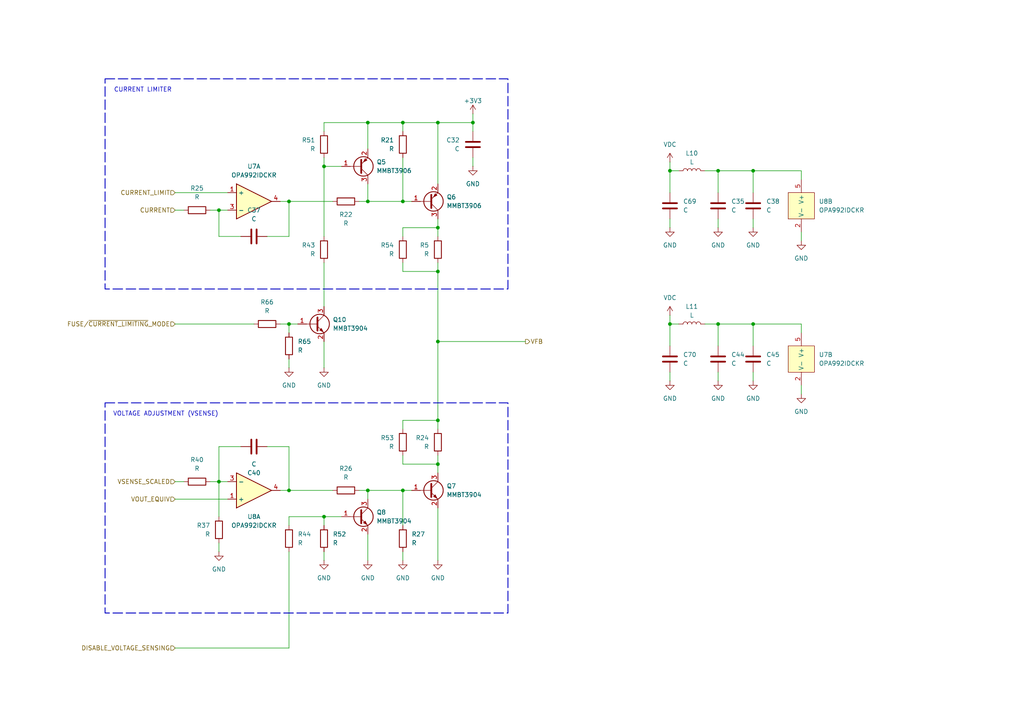
<source format=kicad_sch>
(kicad_sch (version 20250114) (generator "eeschema") (generator_version "9.0")
  (paper "A4")
  (lib_symbols
    (symbol "Device:C" (pin_numbers (hide yes)) (pin_names (offset 0.254))
      (property "Reference" "C" (at 0.635 2.54 0))
      (property "Value" "C" (at 0.635 -2.54 0))
      (symbol "C_0_1"
        (polyline (pts (xy -2.032 0.762) (xy 2.032 0.762)) (stroke (width 0.508)))
        (polyline (pts (xy -2.032 -0.762) (xy 2.032 -0.762)) (stroke (width 0.508)))
      )
      (symbol "C_1_1"
        (pin passive line (at 0 3.81 270) (length 2.794) (name "~") (number "1"))
        (pin passive line (at 0 -3.81 90) (length 2.794) (name "~") (number "2"))
      )
    )
    (symbol "Device:L" (pin_numbers (hide yes)) (pin_names (offset 1.016) (hide yes))
      (property "Reference" "L" (at -1.27 0 90))
      (property "Value" "L" (at 1.905 0 90))
      (symbol "L_0_1"
        (arc (start 0 2.54) (mid 0.6323 1.905) (end 0 1.27))
        (arc (start 0 1.27) (mid 0.6323 0.635) (end 0 0))
        (arc (start 0 0) (mid 0.6323 -0.635) (end 0 -1.27))
        (arc (start 0 -1.27) (mid 0.6323 -1.905) (end 0 -2.54))
      )
      (symbol "L_1_1"
        (pin passive line (at 0 3.81 270) (length 1.27) (name "1") (number "1"))
        (pin passive line (at 0 -3.81 90) (length 1.27) (name "2") (number "2"))
      )
    )
    (symbol "Device:R" (pin_numbers (hide yes)) (pin_names (offset 0))
      (property "Reference" "R" (at 2.032 0 90))
      (property "Value" "R" (at 0 0 90))
      (symbol "R_0_1"
        (rectangle (start -1.016 -2.54) (end 1.016 2.54) (stroke (width 0.254)))
      )
      (symbol "R_1_1"
        (pin passive line (at 0 3.81 270) (length 1.27) (name "~") (number "1"))
        (pin passive line (at 0 -3.81 90) (length 1.27) (name "~") (number "2"))
      )
    )
    (symbol "Transistor_BJT:MMBT3904" (pin_names (offset 0) (hide yes))
      (property "Reference" "Q" (at 5.08 1.905 0))
      (property "Value" "MMBT3904" (at 5.08 0 0))
      (symbol "MMBT3904_0_1"
        (polyline (pts (xy -2.54 0) (xy 0.635 0)))
        (polyline (pts (xy 0.635 1.905) (xy 0.635 -1.905)) (stroke (width 0.508)))
        (circle (center 1.27 0) (radius 2.8194) (stroke (width 0.254)))
      )
      (symbol "MMBT3904_1_1"
        (polyline (pts (xy 0.635 0.635) (xy 2.54 2.54)))
        (polyline (pts (xy 0.635 -0.635) (xy 2.54 -2.54)))
        (polyline (pts (xy 1.27 -1.778) (xy 1.778 -1.27) (xy 2.286 -2.286) (xy 1.27 -1.778)) (fill (type outline)))
        (pin input line (at -5.08 0 0) (length 2.54) (name "B") (number "1"))
        (pin passive line (at 2.54 5.08 270) (length 2.54) (name "C") (number "3"))
        (pin passive line (at 2.54 -5.08 90) (length 2.54) (name "E") (number "2"))
      )
    )
    (symbol "Transistor_BJT:MMBT3906" (pin_names (offset 0) (hide yes))
      (property "Reference" "Q" (at 5.08 1.905 0))
      (property "Value" "MMBT3906" (at 5.08 0 0))
      (symbol "MMBT3906_0_1"
        (polyline (pts (xy -2.54 0) (xy 0.635 0)))
        (polyline (pts (xy 0.635 1.905) (xy 0.635 -1.905)) (stroke (width 0.508)))
        (polyline (pts (xy 0.635 0.635) (xy 2.54 2.54)))
        (polyline (pts (xy 0.635 -0.635) (xy 2.54 -2.54)))
        (circle (center 1.27 0) (radius 2.8194) (stroke (width 0.254)))
        (polyline (pts (xy 2.286 -1.778) (xy 1.778 -2.286) (xy 1.27 -1.27) (xy 2.286 -1.778)) (fill (type outline)))
      )
      (symbol "MMBT3906_1_1"
        (pin input line (at -5.08 0 0) (length 2.54) (name "B") (number "1"))
        (pin passive line (at 2.54 5.08 270) (length 2.54) (name "C") (number "3"))
        (pin passive line (at 2.54 -5.08 90) (length 2.54) (name "E") (number "2"))
      )
    )
    (symbol "power:+3V3" (power) (pin_numbers (hide yes)) (pin_names (offset 0) (hide yes))
      (property "Value" "+3V3" (at 0 3.556 0))
      (symbol "+3V3_0_1"
        (polyline (pts (xy -0.762 1.27) (xy 0 2.54)))
        (polyline (pts (xy 0 2.54) (xy 0.762 1.27)))
        (polyline (pts (xy 0 0) (xy 0 2.54)))
      )
      (symbol "+3V3_1_1"
        (pin power_in line (at 0 0 90) (length 0) (name "~") (number "1"))
      )
    )
    (symbol "power:GND" (power) (pin_numbers (hide yes)) (pin_names (offset 0) (hide yes))
      (property "Value" "GND" (at 0 -3.81 0))
      (symbol "GND_0_1"
        (polyline (pts (xy 0 0) (xy 0 -1.27) (xy 1.27 -1.27) (xy 0 -2.54) (xy -1.27 -1.27) (xy 0 -1.27)))
      )
      (symbol "GND_1_1"
        (pin power_in line (at 0 0 270) (length 0) (name "~") (number "1"))
      )
    )
    (symbol "power:VDC" (power) (pin_numbers (hide yes)) (pin_names (offset 0) (hide yes))
      (property "Value" "VDC" (at 0 3.556 0))
      (symbol "VDC_0_1"
        (polyline (pts (xy -0.762 1.27) (xy 0 2.54)))
        (polyline (pts (xy 0 2.54) (xy 0.762 1.27)))
        (polyline (pts (xy 0 0) (xy 0 2.54)))
      )
      (symbol "VDC_1_1"
        (pin power_in line (at 0 0 90) (length 0) (name "~") (number "1"))
      )
    )
    (symbol "ps-ch:OPA992IDCKR"
      (property "Reference" "U" (at 0 5.08 0))
      (property "Value" "OPA992IDCKR" (at 0 -5.08 0))
      (symbol "OPA992IDCKR_1_1"
        (polyline (pts (xy -5.08 5.08) (xy 5.08 0) (xy -5.08 -5.08) (xy -5.08 5.08)) (stroke (width 0.254)) (fill (type background)))
        (pin input line (at -7.62 2.54 0) (length 2.54) (name "+") (number "1"))
        (pin input line (at -7.62 -2.54 0) (length 2.54) (name "-") (number "3"))
        (pin output line (at 7.62 0 180) (length 2.54) (name "~") (number "4"))
      )
      (symbol "OPA992IDCKR_2_1"
        (rectangle (start -3.81 3.81) (end 3.81 -3.81) (fill (type background)))
        (pin power_in line (at 0 7.62 270) (length 3.81) (name "V+") (number "5"))
        (pin power_in line (at 0 -7.62 90) (length 3.81) (name "V-") (number "2"))
      )
    )
  )
  (rectangle (start 30.48 116.84) (end 147.32 177.8) (stroke (width 0.254) (type dash)))
  (rectangle (start 30.48 22.86) (end 147.32 83.82) (stroke (width 0.254) (type dash)))
  (text "VOLTAGE ADJUSTMENT (VSENSE)" (at 32.766 119.38 0) (effects (font (size 1.27 1.27)) (justify left top)))
  (text "CURRENT LIMITER" (at 33.02 25.4 0) (effects (font (size 1.27 1.27)) (justify left top)))
  (junction (at 127 99.06))
  (junction (at 127 134.62))
  (junction (at 83.82 58.42))
  (junction (at 63.5 60.96))
  (junction (at 93.98 48.26))
  (junction (at 127 121.92))
  (junction (at 194.31 49.53))
  (junction (at 127 78.74))
  (junction (at 63.5 139.7))
  (junction (at 93.98 149.86))
  (junction (at 83.82 142.24))
  (junction (at 218.44 93.98))
  (junction (at 194.31 93.98))
  (junction (at 116.84 142.24))
  (junction (at 137.16 35.56))
  (junction (at 83.82 93.98))
  (junction (at 106.68 142.24))
  (junction (at 106.68 35.56))
  (junction (at 208.28 93.98))
  (junction (at 116.84 58.42))
  (junction (at 116.84 35.56))
  (junction (at 208.28 49.53))
  (junction (at 106.68 58.42))
  (junction (at 218.44 49.53))
  (junction (at 127 35.56))
  (junction (at 127 66.04))
  (wire (pts (xy 86.36 93.98) (xy 83.82 93.98)))
  (wire (pts (xy 116.84 121.92) (xy 127 121.92)))
  (wire (pts (xy 106.68 35.56) (xy 93.98 35.56)))
  (wire (pts (xy 116.84 132.08) (xy 116.84 134.62)))
  (wire (pts (xy 116.84 78.74) (xy 127 78.74)))
  (wire (pts (xy 137.16 35.56) (xy 127 35.56)))
  (wire (pts (xy 194.31 93.98) (xy 194.31 100.33)))
  (wire (pts (xy 194.31 63.5) (xy 194.31 66.04)))
  (wire (pts (xy 127 35.56) (xy 116.84 35.56)))
  (wire (pts (xy 137.16 45.72) (xy 137.16 48.26)))
  (wire (pts (xy 106.68 58.42) (xy 104.14 58.42)))
  (wire (pts (xy 116.84 66.04) (xy 116.84 68.58)))
  (wire (pts (xy 63.5 60.96) (xy 60.96 60.96)))
  (wire (pts (xy 127 132.08) (xy 127 134.62)))
  (wire (pts (xy 208.28 63.5) (xy 208.28 66.04)))
  (wire (pts (xy 232.41 49.53) (xy 232.41 52.07)))
  (wire (pts (xy 208.28 93.98) (xy 218.44 93.98)))
  (wire (pts (xy 83.82 160.02) (xy 83.82 187.96)))
  (wire (pts (xy 127 99.06) (xy 127 121.92)))
  (wire (pts (xy 83.82 58.42) (xy 81.28 58.42)))
  (wire (pts (xy 127 78.74) (xy 127 99.06)))
  (wire (pts (xy 63.5 157.48) (xy 63.5 160.02)))
  (wire (pts (xy 137.16 35.56) (xy 137.16 38.1)))
  (wire (pts (xy 116.84 142.24) (xy 116.84 152.4)))
  (wire (pts (xy 66.04 55.88) (xy 50.8 55.88)))
  (wire (pts (xy 218.44 107.95) (xy 218.44 110.49)))
  (wire (pts (xy 196.85 49.53) (xy 194.31 49.53)))
  (wire (pts (xy 194.31 49.53) (xy 194.31 55.88)))
  (wire (pts (xy 127 134.62) (xy 127 137.16)))
  (wire (pts (xy 93.98 76.2) (xy 93.98 88.9)))
  (wire (pts (xy 232.41 111.76) (xy 232.41 114.3)))
  (wire (pts (xy 127 66.04) (xy 127 68.58)))
  (wire (pts (xy 83.82 149.86) (xy 83.82 152.4)))
  (wire (pts (xy 116.84 35.56) (xy 116.84 38.1)))
  (wire (pts (xy 69.85 129.54) (xy 63.5 129.54)))
  (wire (pts (xy 106.68 35.56) (xy 106.68 43.18)))
  (wire (pts (xy 63.5 60.96) (xy 63.5 68.58)))
  (wire (pts (xy 208.28 100.33) (xy 208.28 93.98)))
  (wire (pts (xy 194.31 91.44) (xy 194.31 93.98)))
  (wire (pts (xy 106.68 154.94) (xy 106.68 162.56)))
  (wire (pts (xy 218.44 49.53) (xy 218.44 55.88)))
  (wire (pts (xy 127 66.04) (xy 116.84 66.04)))
  (wire (pts (xy 116.84 76.2) (xy 116.84 78.74)))
  (wire (pts (xy 83.82 58.42) (xy 96.52 58.42)))
  (wire (pts (xy 116.84 142.24) (xy 106.68 142.24)))
  (wire (pts (xy 96.52 142.24) (xy 83.82 142.24)))
  (wire (pts (xy 60.96 139.7) (xy 63.5 139.7)))
  (wire (pts (xy 119.38 58.42) (xy 116.84 58.42)))
  (wire (pts (xy 116.84 45.72) (xy 116.84 58.42)))
  (wire (pts (xy 81.28 93.98) (xy 83.82 93.98)))
  (wire (pts (xy 93.98 45.72) (xy 93.98 48.26)))
  (wire (pts (xy 232.41 67.31) (xy 232.41 69.85)))
  (wire (pts (xy 50.8 139.7) (xy 53.34 139.7)))
  (wire (pts (xy 127 134.62) (xy 116.84 134.62)))
  (wire (pts (xy 218.44 63.5) (xy 218.44 66.04)))
  (wire (pts (xy 127 63.5) (xy 127 66.04)))
  (wire (pts (xy 83.82 93.98) (xy 83.82 96.52)))
  (wire (pts (xy 93.98 99.06) (xy 93.98 106.68)))
  (wire (pts (xy 208.28 49.53) (xy 218.44 49.53)))
  (wire (pts (xy 50.8 60.96) (xy 53.34 60.96)))
  (wire (pts (xy 119.38 142.24) (xy 116.84 142.24)))
  (wire (pts (xy 204.47 49.53) (xy 208.28 49.53)))
  (wire (pts (xy 204.47 93.98) (xy 208.28 93.98)))
  (wire (pts (xy 116.84 35.56) (xy 106.68 35.56)))
  (wire (pts (xy 93.98 48.26) (xy 93.98 68.58)))
  (wire (pts (xy 93.98 149.86) (xy 83.82 149.86)))
  (wire (pts (xy 218.44 93.98) (xy 232.41 93.98)))
  (wire (pts (xy 106.68 142.24) (xy 104.14 142.24)))
  (wire (pts (xy 232.41 93.98) (xy 232.41 96.52)))
  (wire (pts (xy 106.68 142.24) (xy 106.68 144.78)))
  (wire (pts (xy 194.31 107.95) (xy 194.31 110.49)))
  (wire (pts (xy 127 124.46) (xy 127 121.92)))
  (wire (pts (xy 218.44 49.53) (xy 232.41 49.53)))
  (wire (pts (xy 93.98 160.02) (xy 93.98 162.56)))
  (wire (pts (xy 194.31 46.99) (xy 194.31 49.53)))
  (wire (pts (xy 116.84 121.92) (xy 116.84 124.46)))
  (wire (pts (xy 127 35.56) (xy 127 53.34)))
  (wire (pts (xy 93.98 149.86) (xy 99.06 149.86)))
  (wire (pts (xy 63.5 139.7) (xy 66.04 139.7)))
  (wire (pts (xy 93.98 48.26) (xy 99.06 48.26)))
  (wire (pts (xy 116.84 160.02) (xy 116.84 162.56)))
  (wire (pts (xy 93.98 38.1) (xy 93.98 35.56)))
  (wire (pts (xy 127 76.2) (xy 127 78.74)))
  (wire (pts (xy 63.5 68.58) (xy 69.85 68.58)))
  (wire (pts (xy 63.5 129.54) (xy 63.5 139.7)))
  (wire (pts (xy 77.47 129.54) (xy 83.82 129.54)))
  (wire (pts (xy 218.44 93.98) (xy 218.44 100.33)))
  (wire (pts (xy 196.85 93.98) (xy 194.31 93.98)))
  (wire (pts (xy 137.16 33.02) (xy 137.16 35.56)))
  (wire (pts (xy 208.28 55.88) (xy 208.28 49.53)))
  (wire (pts (xy 127 99.06) (xy 152.4 99.06)))
  (wire (pts (xy 83.82 142.24) (xy 81.28 142.24)))
  (wire (pts (xy 116.84 58.42) (xy 106.68 58.42)))
  (wire (pts (xy 50.8 93.98) (xy 73.66 93.98)))
  (wire (pts (xy 127 147.32) (xy 127 162.56)))
  (wire (pts (xy 83.82 104.14) (xy 83.82 106.68)))
  (wire (pts (xy 83.82 68.58) (xy 83.82 58.42)))
  (wire (pts (xy 106.68 53.34) (xy 106.68 58.42)))
  (wire (pts (xy 93.98 149.86) (xy 93.98 152.4)))
  (wire (pts (xy 50.8 144.78) (xy 66.04 144.78)))
  (wire (pts (xy 77.47 68.58) (xy 83.82 68.58)))
  (wire (pts (xy 66.04 60.96) (xy 63.5 60.96)))
  (wire (pts (xy 50.8 187.96) (xy 83.82 187.96)))
  (wire (pts (xy 208.28 107.95) (xy 208.28 110.49)))
  (wire (pts (xy 83.82 129.54) (xy 83.82 142.24)))
  (wire (pts (xy 63.5 139.7) (xy 63.5 149.86)))
  (hierarchical_label "DISABLE_VOLTAGE_SENSING" (shape input) (at 50.8 187.96 180))
  (hierarchical_label "VFB" (shape output) (at 152.4 99.06 0))
  (hierarchical_label "VSENSE_SCALED" (shape input) (at 50.8 139.7 180))
  (hierarchical_label "FUSE{slash}~{CURRENT_LIMITING}_MODE" (shape input) (at 50.8 93.98 180))
  (hierarchical_label "CURRENT" (shape input) (at 50.8 60.96 180))
  (hierarchical_label "CURRENT_LIMIT" (shape input) (at 50.8 55.88 180))
  (hierarchical_label "VOUT_EQUIV" (shape input) (at 50.8 144.78 180))
  (symbol (lib_id "Device:L") (at 200.66 49.53 90) (unit 1)
    (property "Reference" "L10" (at 200.66 44.45 90))
    (property "Value" "L" (at 200.66 46.99 90))
    (property "Description" "Inductor" (effects (hide yes)))
  )
  (symbol (lib_id "power:+3V3") (at 137.16 33.02 0) (mirror y) (unit 1)
    (property "Reference" "#PWR054" (effects (hide yes)))
    (property "Value" "+3V3" (at 137.16 29.972 0) (effects (justify bottom)))
    (property "Description" "Power symbol creates a global label with name \"+3V3\"" (effects (hide yes)))
  )
  (symbol (lib_id "power:GND") (at 106.68 162.56 0) (mirror y) (unit 1)
    (property "Reference" "#PWR061" (effects (hide yes)))
    (property "Value" "GND" (at 106.68 167.64 0))
    (property "Description" "Power symbol creates a global label with name \"GND\" , ground" (effects (hide yes)))
  )
  (symbol (lib_id "power:GND") (at 93.98 106.68 0) (unit 1)
    (property "Reference" "#PWR0108" (effects (hide yes)))
    (property "Value" "GND" (at 93.98 111.76 0))
    (property "Description" "Power symbol creates a global label with name \"GND\" , ground" (effects (hide yes)))
  )
  (symbol (lib_id "Transistor_BJT:MMBT3904") (at 104.14 149.86 0) (unit 1)
    (property "Reference" "Q8" (at 109.22 148.5899 0) (effects (justify left)))
    (property "Value" "MMBT3904" (at 109.22 151.1299 0) (effects (justify left)))
    (property "Footprint" "Package_TO_SOT_SMD:SOT-23" (effects (hide yes)))
    (property "Datasheet" "https://www.onsemi.com/pdf/datasheet/pzt3904-d.pdf" (effects (hide yes)))
    (property "Description" "0.2A Ic, 40V Vce, Small Signal NPN Transistor, SOT-23" (effects (hide yes)))
  )
  (symbol (lib_id "Device:R") (at 127 128.27 0) (mirror x) (unit 1)
    (property "Reference" "R24" (at 124.46 126.9999 0) (effects (justify right)))
    (property "Value" "R" (at 124.46 129.5399 0) (effects (justify right)))
    (property "Description" "Resistor" (effects (hide yes)))
  )
  (symbol (lib_id "Transistor_BJT:MMBT3906") (at 124.46 58.42 0) (mirror x) (unit 1)
    (property "Reference" "Q6" (at 129.54 57.1499 0) (effects (justify left)))
    (property "Value" "MMBT3906" (at 129.54 59.6899 0) (effects (justify left)))
    (property "Footprint" "Package_TO_SOT_SMD:SOT-23" (effects (hide yes)))
    (property "Datasheet" "https://www.onsemi.com/pdf/datasheet/pzt3906-d.pdf" (effects (hide yes)))
    (property "Description" "-0.2A Ic, -40V Vce, Small Signal PNP Transistor, SOT-23" (effects (hide yes)))
  )
  (symbol (lib_id "Device:R") (at 83.82 100.33 0) (unit 1)
    (property "Reference" "R65" (at 86.36 99.0599 0) (effects (justify left)))
    (property "Value" "R" (at 86.36 101.5999 0) (effects (justify left)))
    (property "Description" "Resistor" (effects (hide yes)))
  )
  (symbol (lib_id "power:GND") (at 232.41 69.85 0) (unit 1)
    (property "Reference" "#PWR062" (effects (hide yes)))
    (property "Value" "GND" (at 232.41 74.93 0))
    (property "Description" "Power symbol creates a global label with name \"GND\" , ground" (effects (hide yes)))
  )
  (symbol (lib_id "Device:R") (at 63.5 153.67 0) (mirror y) (unit 1)
    (property "Reference" "R37" (at 60.96 152.3999 0) (effects (justify left)))
    (property "Value" "R" (at 60.96 154.9399 0) (effects (justify left)))
    (property "Description" "Resistor" (effects (hide yes)))
  )
  (symbol (lib_id "Device:C") (at 218.44 59.69 0) (unit 1)
    (property "Reference" "C38" (at 222.25 58.4199 0) (effects (justify left)))
    (property "Value" "C" (at 222.25 60.9599 0) (effects (justify left)))
    (property "Description" "Unpolarized capacitor" (effects (hide yes)))
  )
  (symbol (lib_id "power:GND") (at 93.98 162.56 0) (mirror y) (unit 1)
    (property "Reference" "#PWR094" (effects (hide yes)))
    (property "Value" "GND" (at 93.98 167.64 0))
    (property "Description" "Power symbol creates a global label with name \"GND\" , ground" (effects (hide yes)))
  )
  (symbol (lib_id "power:GND") (at 137.16 48.26 0) (mirror y) (unit 1)
    (property "Reference" "#PWR045" (effects (hide yes)))
    (property "Value" "GND" (at 137.16 53.34 0))
    (property "Description" "Power symbol creates a global label with name \"GND\" , ground" (effects (hide yes)))
  )
  (symbol (lib_id "Transistor_BJT:MMBT3904") (at 91.44 93.98 0) (unit 1)
    (property "Reference" "Q10" (at 96.52 92.7099 0) (effects (justify left)))
    (property "Value" "MMBT3904" (at 96.52 95.2499 0) (effects (justify left)))
    (property "Footprint" "Package_TO_SOT_SMD:SOT-23" (effects (hide yes)))
    (property "Datasheet" "https://www.onsemi.com/pdf/datasheet/pzt3904-d.pdf" (effects (hide yes)))
    (property "Description" "0.2A Ic, 40V Vce, Small Signal NPN Transistor, SOT-23" (effects (hide yes)))
  )
  (symbol (lib_id "Device:C") (at 73.66 129.54 270) (mirror x) (unit 1)
    (property "Reference" "C40" (at 73.66 137.16 90))
    (property "Value" "C" (at 73.66 134.62 90))
    (property "Description" "Unpolarized capacitor" (effects (hide yes)))
  )
  (symbol (lib_id "Device:R") (at 116.84 41.91 0) (mirror y) (unit 1)
    (property "Reference" "R21" (at 114.3 40.6399 0) (effects (justify left)))
    (property "Value" "R" (at 114.3 43.1799 0) (effects (justify left)))
    (property "Description" "Resistor" (effects (hide yes)))
  )
  (symbol (lib_id "Transistor_BJT:MMBT3906") (at 104.14 48.26 0) (mirror x) (unit 1)
    (property "Reference" "Q5" (at 109.22 46.9899 0) (effects (justify left)))
    (property "Value" "MMBT3906" (at 109.22 49.5299 0) (effects (justify left)))
    (property "Footprint" "Package_TO_SOT_SMD:SOT-23" (effects (hide yes)))
    (property "Datasheet" "https://www.onsemi.com/pdf/datasheet/pzt3906-d.pdf" (effects (hide yes)))
    (property "Description" "-0.2A Ic, -40V Vce, Small Signal PNP Transistor, SOT-23" (effects (hide yes)))
  )
  (symbol (lib_id "power:GND") (at 116.84 162.56 0) (mirror y) (unit 1)
    (property "Reference" "#PWR056" (effects (hide yes)))
    (property "Value" "GND" (at 116.84 167.64 0))
    (property "Description" "Power symbol creates a global label with name \"GND\" , ground" (effects (hide yes)))
  )
  (symbol (lib_id "Device:R") (at 93.98 41.91 0) (mirror y) (unit 1)
    (property "Reference" "R51" (at 91.44 40.6399 0) (effects (justify left)))
    (property "Value" "R" (at 91.44 43.1799 0) (effects (justify left)))
    (property "Description" "Resistor" (effects (hide yes)))
  )
  (symbol (lib_id "power:VDC") (at 194.31 46.99 0) (unit 1)
    (property "Reference" "#PWR0109" (effects (hide yes)))
    (property "Value" "VDC" (at 194.31 41.91 0))
    (property "Description" "Power symbol creates a global label with name \"VDC\"" (effects (hide yes)))
  )
  (symbol (lib_id "power:GND") (at 194.31 66.04 0) (unit 1)
    (property "Reference" "#PWR0115" (effects (hide yes)))
    (property "Value" "GND" (at 194.31 71.12 0))
    (property "Description" "Power symbol creates a global label with name \"GND\" , ground" (effects (hide yes)))
  )
  (symbol (lib_id "Device:C") (at 73.66 68.58 90) (mirror x) (unit 1)
    (property "Reference" "C37" (at 73.66 60.96 90))
    (property "Value" "C" (at 73.66 63.5 90))
    (property "Description" "Unpolarized capacitor" (effects (hide yes)))
  )
  (symbol (lib_id "ps-ch:OPA992IDCKR") (at 73.66 142.24 0) (mirror x) (unit 1)
    (property "Reference" "U8" (at 73.66 149.86 0))
    (property "Value" "OPA992IDCKR" (at 73.66 152.4 0))
  )
  (symbol (lib_id "Device:C") (at 194.31 104.14 0) (unit 1)
    (property "Reference" "C70" (at 198.12 102.8699 0) (effects (justify left)))
    (property "Value" "C" (at 198.12 105.4099 0) (effects (justify left)))
    (property "Description" "Unpolarized capacitor" (effects (hide yes)))
  )
  (symbol (lib_id "power:GND") (at 194.31 110.49 0) (unit 1)
    (property "Reference" "#PWR0124" (effects (hide yes)))
    (property "Value" "GND" (at 194.31 115.57 0))
    (property "Description" "Power symbol creates a global label with name \"GND\" , ground" (effects (hide yes)))
  )
  (symbol (lib_id "Device:C") (at 137.16 41.91 0) (mirror y) (unit 1)
    (property "Reference" "C32" (at 133.35 40.6399 0) (effects (justify left)))
    (property "Value" "C" (at 133.35 43.1799 0) (effects (justify left)))
    (property "Description" "Unpolarized capacitor" (effects (hide yes)))
  )
  (symbol (lib_id "Device:R") (at 116.84 128.27 0) (mirror x) (unit 1)
    (property "Reference" "R53" (at 114.3 126.9999 0) (effects (justify right)))
    (property "Value" "R" (at 114.3 129.5399 0) (effects (justify right)))
    (property "Description" "Resistor" (effects (hide yes)))
  )
  (symbol (lib_id "Device:R") (at 77.47 93.98 90) (unit 1)
    (property "Reference" "R66" (at 77.47 87.63 90))
    (property "Value" "R" (at 77.47 90.17 90))
    (property "Description" "Resistor" (effects (hide yes)))
  )
  (symbol (lib_id "power:GND") (at 232.41 114.3 0) (unit 1)
    (property "Reference" "#PWR071" (effects (hide yes)))
    (property "Value" "GND" (at 232.41 119.38 0))
    (property "Description" "Power symbol creates a global label with name \"GND\" , ground" (effects (hide yes)))
  )
  (symbol (lib_id "Device:R") (at 100.33 142.24 90) (mirror x) (unit 1)
    (property "Reference" "R26" (at 100.33 135.89 90))
    (property "Value" "R" (at 100.33 138.43 90))
    (property "Description" "Resistor" (effects (hide yes)))
  )
  (symbol (lib_id "power:GND") (at 83.82 106.68 0) (unit 1)
    (property "Reference" "#PWR0102" (effects (hide yes)))
    (property "Value" "GND" (at 83.82 111.76 0))
    (property "Description" "Power symbol creates a global label with name \"GND\" , ground" (effects (hide yes)))
  )
  (symbol (lib_id "Device:C") (at 208.28 59.69 0) (unit 1)
    (property "Reference" "C35" (at 212.09 58.4199 0) (effects (justify left)))
    (property "Value" "C" (at 212.09 60.9599 0) (effects (justify left)))
    (property "Description" "Unpolarized capacitor" (effects (hide yes)))
  )
  (symbol (lib_id "Device:C") (at 218.44 104.14 0) (unit 1)
    (property "Reference" "C45" (at 222.25 102.8699 0) (effects (justify left)))
    (property "Value" "C" (at 222.25 105.4099 0) (effects (justify left)))
    (property "Description" "Unpolarized capacitor" (effects (hide yes)))
  )
  (symbol (lib_id "Device:R") (at 93.98 72.39 0) (mirror y) (unit 1)
    (property "Reference" "R43" (at 91.44 71.1199 0) (effects (justify left)))
    (property "Value" "R" (at 91.44 73.6599 0) (effects (justify left)))
    (property "Description" "Resistor" (effects (hide yes)))
  )
  (symbol (lib_id "ps-ch:OPA992IDCKR") (at 73.66 58.42 0) (unit 1)
    (property "Reference" "U7" (at 73.66 48.26 0))
    (property "Value" "OPA992IDCKR" (at 73.66 50.8 0))
  )
  (symbol (lib_id "Device:L") (at 200.66 93.98 90) (unit 1)
    (property "Reference" "L11" (at 200.66 88.9 90))
    (property "Value" "L" (at 200.66 91.44 90))
    (property "Description" "Inductor" (effects (hide yes)))
  )
  (symbol (lib_id "Device:R") (at 83.82 156.21 180) (unit 1)
    (property "Reference" "R44" (at 86.36 154.9399 0) (effects (justify right)))
    (property "Value" "R" (at 86.36 157.4799 0) (effects (justify right)))
    (property "Description" "Resistor" (effects (hide yes)))
  )
  (symbol (lib_id "power:GND") (at 127 162.56 0) (mirror y) (unit 1)
    (property "Reference" "#PWR055" (effects (hide yes)))
    (property "Value" "GND" (at 127 167.64 0))
    (property "Description" "Power symbol creates a global label with name \"GND\" , ground" (effects (hide yes)))
  )
  (symbol (lib_id "power:GND") (at 218.44 110.49 0) (unit 1)
    (property "Reference" "#PWR069" (effects (hide yes)))
    (property "Value" "GND" (at 218.44 115.57 0))
    (property "Description" "Power symbol creates a global label with name \"GND\" , ground" (effects (hide yes)))
  )
  (symbol (lib_id "Device:R") (at 93.98 156.21 0) (mirror y) (unit 1)
    (property "Reference" "R52" (at 96.52 154.9399 0) (effects (justify right)))
    (property "Value" "R" (at 96.52 157.4799 0) (effects (justify right)))
    (property "Description" "Resistor" (effects (hide yes)))
  )
  (symbol (lib_id "power:VDC") (at 194.31 91.44 0) (unit 1)
    (property "Reference" "#PWR0119" (effects (hide yes)))
    (property "Value" "VDC" (at 194.31 86.36 0))
    (property "Description" "Power symbol creates a global label with name \"VDC\"" (effects (hide yes)))
  )
  (symbol (lib_id "Device:R") (at 57.15 139.7 90) (mirror x) (unit 1)
    (property "Reference" "R40" (at 57.15 133.35 90))
    (property "Value" "R" (at 57.15 135.89 90))
    (property "Description" "Resistor" (effects (hide yes)))
  )
  (symbol (lib_id "Device:R") (at 100.33 58.42 90) (mirror x) (unit 1)
    (property "Reference" "R22" (at 100.33 62.23 90))
    (property "Value" "R" (at 100.33 64.77 90))
    (property "Description" "Resistor" (effects (hide yes)))
  )
  (symbol (lib_id "power:GND") (at 63.5 160.02 0) (unit 1)
    (property "Reference" "#PWR060" (effects (hide yes)))
    (property "Value" "GND" (at 63.5 165.1 0))
    (property "Description" "Power symbol creates a global label with name \"GND\" , ground" (effects (hide yes)))
  )
  (symbol (lib_id "Device:C") (at 194.31 59.69 0) (unit 1)
    (property "Reference" "C69" (at 198.12 58.4199 0) (effects (justify left)))
    (property "Value" "C" (at 198.12 60.9599 0) (effects (justify left)))
    (property "Description" "Unpolarized capacitor" (effects (hide yes)))
  )
  (symbol (lib_id "ps-ch:OPA992IDCKR") (at 232.41 104.14 0) (unit 2)
    (property "Reference" "U7" (at 237.49 102.8699 0) (effects (justify left)))
    (property "Value" "OPA992IDCKR" (at 237.49 105.4099 0) (effects (justify left)))
  )
  (symbol (lib_id "ps-ch:OPA992IDCKR") (at 232.41 59.69 0) (unit 2)
    (property "Reference" "U8" (at 237.49 58.4199 0) (effects (justify left)))
    (property "Value" "OPA992IDCKR" (at 237.49 60.9599 0) (effects (justify left)))
  )
  (symbol (lib_id "Device:R") (at 127 72.39 0) (mirror y) (unit 1)
    (property "Reference" "R5" (at 124.46 71.1199 0) (effects (justify left)))
    (property "Value" "R" (at 124.46 73.6599 0) (effects (justify left)))
    (property "Description" "Resistor" (effects (hide yes)))
  )
  (symbol (lib_id "Transistor_BJT:MMBT3904") (at 124.46 142.24 0) (unit 1)
    (property "Reference" "Q7" (at 129.54 140.9699 0) (effects (justify left)))
    (property "Value" "MMBT3904" (at 129.54 143.5099 0) (effects (justify left)))
    (property "Footprint" "Package_TO_SOT_SMD:SOT-23" (effects (hide yes)))
    (property "Datasheet" "https://www.onsemi.com/pdf/datasheet/pzt3904-d.pdf" (effects (hide yes)))
    (property "Description" "0.2A Ic, 40V Vce, Small Signal NPN Transistor, SOT-23" (effects (hide yes)))
  )
  (symbol (lib_id "power:GND") (at 208.28 110.49 0) (unit 1)
    (property "Reference" "#PWR068" (effects (hide yes)))
    (property "Value" "GND" (at 208.28 115.57 0))
    (property "Description" "Power symbol creates a global label with name \"GND\" , ground" (effects (hide yes)))
  )
  (symbol (lib_id "Device:R") (at 57.15 60.96 90) (mirror x) (unit 1)
    (property "Reference" "R25" (at 57.15 54.61 90))
    (property "Value" "R" (at 57.15 57.15 90))
    (property "Description" "Resistor" (effects (hide yes)))
  )
  (symbol (lib_id "power:GND") (at 218.44 66.04 0) (unit 1)
    (property "Reference" "#PWR057" (effects (hide yes)))
    (property "Value" "GND" (at 218.44 71.12 0))
    (property "Description" "Power symbol creates a global label with name \"GND\" , ground" (effects (hide yes)))
  )
  (symbol (lib_id "power:GND") (at 208.28 66.04 0) (unit 1)
    (property "Reference" "#PWR050" (effects (hide yes)))
    (property "Value" "GND" (at 208.28 71.12 0))
    (property "Description" "Power symbol creates a global label with name \"GND\" , ground" (effects (hide yes)))
  )
  (symbol (lib_id "Device:C") (at 208.28 104.14 0) (unit 1)
    (property "Reference" "C44" (at 212.09 102.8699 0) (effects (justify left)))
    (property "Value" "C" (at 212.09 105.4099 0) (effects (justify left)))
    (property "Description" "Unpolarized capacitor" (effects (hide yes)))
  )
  (symbol (lib_id "Device:R") (at 116.84 156.21 0) (mirror y) (unit 1)
    (property "Reference" "R27" (at 119.38 154.9399 0) (effects (justify right)))
    (property "Value" "R" (at 119.38 157.4799 0) (effects (justify right)))
    (property "Description" "Resistor" (effects (hide yes)))
  )
  (symbol (lib_id "Device:R") (at 116.84 72.39 0) (mirror y) (unit 1)
    (property "Reference" "R54" (at 114.3 71.1199 0) (effects (justify left)))
    (property "Value" "R" (at 114.3 73.6599 0) (effects (justify left)))
    (property "Description" "Resistor" (effects (hide yes)))
  )
)
</source>
